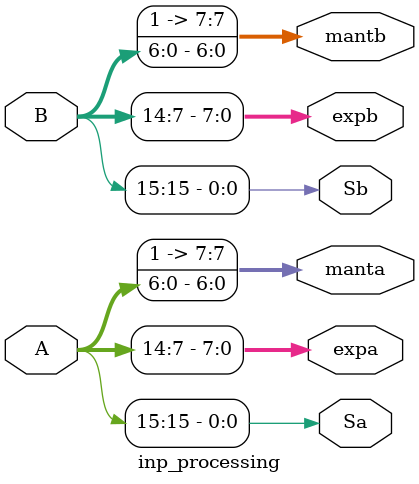
<source format=v>
`timescale 1ns / 1ps

module inp_processing (
    input [15:0] A,
    input [15:0] B,
    output Sa,
    output Sb,
    output [7:0] expa,
    output [7:0] expb,
    output [7:0] manta,
    output [7:0] mantb
);
  // BFloat16 format: [15] sign, [14:7] exponent, [6:0] mantissa

  assign Sa = A[15];
  assign Sb = B[15];

  assign expa = A[14:7];
  assign expb = B[14:7];

  assign manta = {1'b1, A[6:0]};
  assign mantb = {1'b1, B[6:0]};

endmodule

</source>
